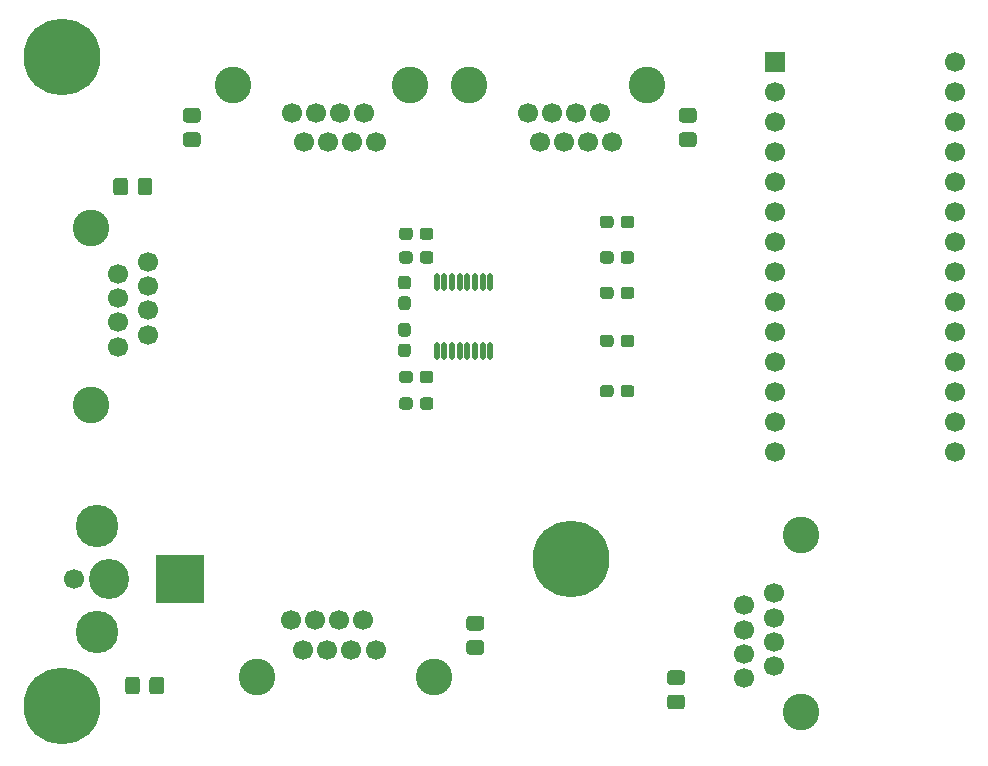
<source format=gts>
G04 #@! TF.GenerationSoftware,KiCad,Pcbnew,5.1.6-c6e7f7d~87~ubuntu19.10.1*
G04 #@! TF.CreationDate,2023-03-13T14:52:07-06:00*
G04 #@! TF.ProjectId,twm,74776d2e-6b69-4636-9164-5f7063625858,rev?*
G04 #@! TF.SameCoordinates,Original*
G04 #@! TF.FileFunction,Soldermask,Top*
G04 #@! TF.FilePolarity,Negative*
%FSLAX46Y46*%
G04 Gerber Fmt 4.6, Leading zero omitted, Abs format (unit mm)*
G04 Created by KiCad (PCBNEW 5.1.6-c6e7f7d~87~ubuntu19.10.1) date 2023-03-13 14:52:07*
%MOMM*%
%LPD*%
G01*
G04 APERTURE LIST*
%ADD10C,6.500000*%
%ADD11C,1.700000*%
%ADD12C,3.100000*%
%ADD13R,1.700000X1.700000*%
%ADD14O,0.549999X1.500000*%
%ADD15C,3.600000*%
%ADD16C,3.400000*%
%ADD17R,4.100000X4.100000*%
G04 APERTURE END LIST*
D10*
X139120000Y-98570000D03*
X96000000Y-111000000D03*
X96000000Y-56000000D03*
G36*
G01*
X102600000Y-108771738D02*
X102600000Y-109728262D01*
G75*
G02*
X102328262Y-110000000I-271738J0D01*
G01*
X101621738Y-110000000D01*
G75*
G02*
X101350000Y-109728262I0J271738D01*
G01*
X101350000Y-108771738D01*
G75*
G02*
X101621738Y-108500000I271738J0D01*
G01*
X102328262Y-108500000D01*
G75*
G02*
X102600000Y-108771738I0J-271738D01*
G01*
G37*
G36*
G01*
X104650000Y-108771738D02*
X104650000Y-109728262D01*
G75*
G02*
X104378262Y-110000000I-271738J0D01*
G01*
X103671738Y-110000000D01*
G75*
G02*
X103400000Y-109728262I0J271738D01*
G01*
X103400000Y-108771738D01*
G75*
G02*
X103671738Y-108500000I271738J0D01*
G01*
X104378262Y-108500000D01*
G75*
G02*
X104650000Y-108771738I0J-271738D01*
G01*
G37*
G36*
G01*
X106521738Y-62400000D02*
X107478262Y-62400000D01*
G75*
G02*
X107750000Y-62671738I0J-271738D01*
G01*
X107750000Y-63378262D01*
G75*
G02*
X107478262Y-63650000I-271738J0D01*
G01*
X106521738Y-63650000D01*
G75*
G02*
X106250000Y-63378262I0J271738D01*
G01*
X106250000Y-62671738D01*
G75*
G02*
X106521738Y-62400000I271738J0D01*
G01*
G37*
G36*
G01*
X106521738Y-60350000D02*
X107478262Y-60350000D01*
G75*
G02*
X107750000Y-60621738I0J-271738D01*
G01*
X107750000Y-61328262D01*
G75*
G02*
X107478262Y-61600000I-271738J0D01*
G01*
X106521738Y-61600000D01*
G75*
G02*
X106250000Y-61328262I0J271738D01*
G01*
X106250000Y-60621738D01*
G75*
G02*
X106521738Y-60350000I271738J0D01*
G01*
G37*
G36*
G01*
X148521738Y-62400000D02*
X149478262Y-62400000D01*
G75*
G02*
X149750000Y-62671738I0J-271738D01*
G01*
X149750000Y-63378262D01*
G75*
G02*
X149478262Y-63650000I-271738J0D01*
G01*
X148521738Y-63650000D01*
G75*
G02*
X148250000Y-63378262I0J271738D01*
G01*
X148250000Y-62671738D01*
G75*
G02*
X148521738Y-62400000I271738J0D01*
G01*
G37*
G36*
G01*
X148521738Y-60350000D02*
X149478262Y-60350000D01*
G75*
G02*
X149750000Y-60621738I0J-271738D01*
G01*
X149750000Y-61328262D01*
G75*
G02*
X149478262Y-61600000I-271738J0D01*
G01*
X148521738Y-61600000D01*
G75*
G02*
X148250000Y-61328262I0J271738D01*
G01*
X148250000Y-60621738D01*
G75*
G02*
X148521738Y-60350000I271738J0D01*
G01*
G37*
G36*
G01*
X148478262Y-109215000D02*
X147521738Y-109215000D01*
G75*
G02*
X147250000Y-108943262I0J271738D01*
G01*
X147250000Y-108236738D01*
G75*
G02*
X147521738Y-107965000I271738J0D01*
G01*
X148478262Y-107965000D01*
G75*
G02*
X148750000Y-108236738I0J-271738D01*
G01*
X148750000Y-108943262D01*
G75*
G02*
X148478262Y-109215000I-271738J0D01*
G01*
G37*
G36*
G01*
X148478262Y-111265000D02*
X147521738Y-111265000D01*
G75*
G02*
X147250000Y-110993262I0J271738D01*
G01*
X147250000Y-110286738D01*
G75*
G02*
X147521738Y-110015000I271738J0D01*
G01*
X148478262Y-110015000D01*
G75*
G02*
X148750000Y-110286738I0J-271738D01*
G01*
X148750000Y-110993262D01*
G75*
G02*
X148478262Y-111265000I-271738J0D01*
G01*
G37*
G36*
G01*
X102400000Y-67478262D02*
X102400000Y-66521738D01*
G75*
G02*
X102671738Y-66250000I271738J0D01*
G01*
X103378262Y-66250000D01*
G75*
G02*
X103650000Y-66521738I0J-271738D01*
G01*
X103650000Y-67478262D01*
G75*
G02*
X103378262Y-67750000I-271738J0D01*
G01*
X102671738Y-67750000D01*
G75*
G02*
X102400000Y-67478262I0J271738D01*
G01*
G37*
G36*
G01*
X100350000Y-67478262D02*
X100350000Y-66521738D01*
G75*
G02*
X100621738Y-66250000I271738J0D01*
G01*
X101328262Y-66250000D01*
G75*
G02*
X101600000Y-66521738I0J-271738D01*
G01*
X101600000Y-67478262D01*
G75*
G02*
X101328262Y-67750000I-271738J0D01*
G01*
X100621738Y-67750000D01*
G75*
G02*
X100350000Y-67478262I0J271738D01*
G01*
G37*
G36*
G01*
X131478262Y-104600000D02*
X130521738Y-104600000D01*
G75*
G02*
X130250000Y-104328262I0J271738D01*
G01*
X130250000Y-103621738D01*
G75*
G02*
X130521738Y-103350000I271738J0D01*
G01*
X131478262Y-103350000D01*
G75*
G02*
X131750000Y-103621738I0J-271738D01*
G01*
X131750000Y-104328262D01*
G75*
G02*
X131478262Y-104600000I-271738J0D01*
G01*
G37*
G36*
G01*
X131478262Y-106650000D02*
X130521738Y-106650000D01*
G75*
G02*
X130250000Y-106378262I0J271738D01*
G01*
X130250000Y-105671738D01*
G75*
G02*
X130521738Y-105400000I271738J0D01*
G01*
X131478262Y-105400000D01*
G75*
G02*
X131750000Y-105671738I0J-271738D01*
G01*
X131750000Y-106378262D01*
G75*
G02*
X131478262Y-106650000I-271738J0D01*
G01*
G37*
D11*
X115450000Y-60735000D03*
X116470000Y-63265000D03*
X117490000Y-60735000D03*
X118510000Y-63265000D03*
X119530000Y-60735000D03*
X120550000Y-63265000D03*
X121570000Y-60735000D03*
X122590000Y-63265000D03*
D12*
X110500000Y-58435000D03*
X125500000Y-58435000D03*
D11*
X135450000Y-60735000D03*
X136470000Y-63265000D03*
X137490000Y-60735000D03*
X138510000Y-63265000D03*
X139530000Y-60735000D03*
X140550000Y-63265000D03*
X141570000Y-60735000D03*
X142590000Y-63265000D03*
D12*
X130500000Y-58435000D03*
X145500000Y-58435000D03*
D11*
X156265000Y-101450000D03*
X153735000Y-102470000D03*
X156265000Y-103490000D03*
X153735000Y-104510000D03*
X156265000Y-105530000D03*
X153735000Y-106550000D03*
X156265000Y-107570000D03*
X153735000Y-108590000D03*
D12*
X158565000Y-96500000D03*
X158565000Y-111500000D03*
D11*
X122550000Y-106265000D03*
X121530000Y-103735000D03*
X120510000Y-106265000D03*
X119490000Y-103735000D03*
X118470000Y-106265000D03*
X117450000Y-103735000D03*
X116430000Y-106265000D03*
X115410000Y-103735000D03*
D12*
X127500000Y-108565000D03*
X112500000Y-108565000D03*
D11*
X100735000Y-80550000D03*
X103265000Y-79530000D03*
X100735000Y-78510000D03*
X103265000Y-77490000D03*
X100735000Y-76470000D03*
X103265000Y-75450000D03*
X100735000Y-74430000D03*
X103265000Y-73410000D03*
D12*
X98435000Y-85500000D03*
X98435000Y-70500000D03*
D11*
X171620000Y-89510000D03*
X156380000Y-89510000D03*
X171620000Y-86970000D03*
X171620000Y-84430000D03*
X171620000Y-81890000D03*
X171620000Y-79350000D03*
X171620000Y-76810000D03*
X171620000Y-74270000D03*
X171620000Y-71730000D03*
X171620000Y-69190000D03*
X171620000Y-66650000D03*
X171620000Y-64110000D03*
X171620000Y-61570000D03*
X171620000Y-59030000D03*
X171620000Y-56490000D03*
X156380000Y-86970000D03*
X156380000Y-84430000D03*
X156380000Y-81890000D03*
X156380000Y-79350000D03*
X156380000Y-76810000D03*
X156380000Y-74270000D03*
X156380000Y-71730000D03*
X156380000Y-69190000D03*
X156380000Y-66650000D03*
X156380000Y-64110000D03*
X156380000Y-61570000D03*
X156380000Y-59030000D03*
D13*
X156380000Y-56490000D03*
D14*
X127725001Y-75049998D03*
X128375002Y-75049998D03*
X129025001Y-75049998D03*
X129675002Y-75049998D03*
X130325001Y-75049998D03*
X130975002Y-75049998D03*
X131625001Y-75049998D03*
X132275002Y-75049998D03*
X132275002Y-80949999D03*
X131625001Y-80949999D03*
X130975002Y-80949999D03*
X130325001Y-80949999D03*
X129675002Y-80949999D03*
X129025001Y-80949999D03*
X128375002Y-80949999D03*
X127725001Y-80949999D03*
G36*
G01*
X125700000Y-85112500D02*
X125700000Y-85637500D01*
G75*
G02*
X125437500Y-85900000I-262500J0D01*
G01*
X124812500Y-85900000D01*
G75*
G02*
X124550000Y-85637500I0J262500D01*
G01*
X124550000Y-85112500D01*
G75*
G02*
X124812500Y-84850000I262500J0D01*
G01*
X125437500Y-84850000D01*
G75*
G02*
X125700000Y-85112500I0J-262500D01*
G01*
G37*
G36*
G01*
X127450000Y-85112500D02*
X127450000Y-85637500D01*
G75*
G02*
X127187500Y-85900000I-262500J0D01*
G01*
X126562500Y-85900000D01*
G75*
G02*
X126300000Y-85637500I0J262500D01*
G01*
X126300000Y-85112500D01*
G75*
G02*
X126562500Y-84850000I262500J0D01*
G01*
X127187500Y-84850000D01*
G75*
G02*
X127450000Y-85112500I0J-262500D01*
G01*
G37*
G36*
G01*
X143300000Y-84582500D02*
X143300000Y-84057500D01*
G75*
G02*
X143562500Y-83795000I262500J0D01*
G01*
X144187500Y-83795000D01*
G75*
G02*
X144450000Y-84057500I0J-262500D01*
G01*
X144450000Y-84582500D01*
G75*
G02*
X144187500Y-84845000I-262500J0D01*
G01*
X143562500Y-84845000D01*
G75*
G02*
X143300000Y-84582500I0J262500D01*
G01*
G37*
G36*
G01*
X141550000Y-84582500D02*
X141550000Y-84057500D01*
G75*
G02*
X141812500Y-83795000I262500J0D01*
G01*
X142437500Y-83795000D01*
G75*
G02*
X142700000Y-84057500I0J-262500D01*
G01*
X142700000Y-84582500D01*
G75*
G02*
X142437500Y-84845000I-262500J0D01*
G01*
X141812500Y-84845000D01*
G75*
G02*
X141550000Y-84582500I0J262500D01*
G01*
G37*
G36*
G01*
X143300000Y-80332500D02*
X143300000Y-79807500D01*
G75*
G02*
X143562500Y-79545000I262500J0D01*
G01*
X144187500Y-79545000D01*
G75*
G02*
X144450000Y-79807500I0J-262500D01*
G01*
X144450000Y-80332500D01*
G75*
G02*
X144187500Y-80595000I-262500J0D01*
G01*
X143562500Y-80595000D01*
G75*
G02*
X143300000Y-80332500I0J262500D01*
G01*
G37*
G36*
G01*
X141550000Y-80332500D02*
X141550000Y-79807500D01*
G75*
G02*
X141812500Y-79545000I262500J0D01*
G01*
X142437500Y-79545000D01*
G75*
G02*
X142700000Y-79807500I0J-262500D01*
G01*
X142700000Y-80332500D01*
G75*
G02*
X142437500Y-80595000I-262500J0D01*
G01*
X141812500Y-80595000D01*
G75*
G02*
X141550000Y-80332500I0J262500D01*
G01*
G37*
G36*
G01*
X143300000Y-76262500D02*
X143300000Y-75737500D01*
G75*
G02*
X143562500Y-75475000I262500J0D01*
G01*
X144187500Y-75475000D01*
G75*
G02*
X144450000Y-75737500I0J-262500D01*
G01*
X144450000Y-76262500D01*
G75*
G02*
X144187500Y-76525000I-262500J0D01*
G01*
X143562500Y-76525000D01*
G75*
G02*
X143300000Y-76262500I0J262500D01*
G01*
G37*
G36*
G01*
X141550000Y-76262500D02*
X141550000Y-75737500D01*
G75*
G02*
X141812500Y-75475000I262500J0D01*
G01*
X142437500Y-75475000D01*
G75*
G02*
X142700000Y-75737500I0J-262500D01*
G01*
X142700000Y-76262500D01*
G75*
G02*
X142437500Y-76525000I-262500J0D01*
G01*
X141812500Y-76525000D01*
G75*
G02*
X141550000Y-76262500I0J262500D01*
G01*
G37*
G36*
G01*
X143300000Y-73262500D02*
X143300000Y-72737500D01*
G75*
G02*
X143562500Y-72475000I262500J0D01*
G01*
X144187500Y-72475000D01*
G75*
G02*
X144450000Y-72737500I0J-262500D01*
G01*
X144450000Y-73262500D01*
G75*
G02*
X144187500Y-73525000I-262500J0D01*
G01*
X143562500Y-73525000D01*
G75*
G02*
X143300000Y-73262500I0J262500D01*
G01*
G37*
G36*
G01*
X141550000Y-73262500D02*
X141550000Y-72737500D01*
G75*
G02*
X141812500Y-72475000I262500J0D01*
G01*
X142437500Y-72475000D01*
G75*
G02*
X142700000Y-72737500I0J-262500D01*
G01*
X142700000Y-73262500D01*
G75*
G02*
X142437500Y-73525000I-262500J0D01*
G01*
X141812500Y-73525000D01*
G75*
G02*
X141550000Y-73262500I0J262500D01*
G01*
G37*
G36*
G01*
X143300000Y-70262500D02*
X143300000Y-69737500D01*
G75*
G02*
X143562500Y-69475000I262500J0D01*
G01*
X144187500Y-69475000D01*
G75*
G02*
X144450000Y-69737500I0J-262500D01*
G01*
X144450000Y-70262500D01*
G75*
G02*
X144187500Y-70525000I-262500J0D01*
G01*
X143562500Y-70525000D01*
G75*
G02*
X143300000Y-70262500I0J262500D01*
G01*
G37*
G36*
G01*
X141550000Y-70262500D02*
X141550000Y-69737500D01*
G75*
G02*
X141812500Y-69475000I262500J0D01*
G01*
X142437500Y-69475000D01*
G75*
G02*
X142700000Y-69737500I0J-262500D01*
G01*
X142700000Y-70262500D01*
G75*
G02*
X142437500Y-70525000I-262500J0D01*
G01*
X141812500Y-70525000D01*
G75*
G02*
X141550000Y-70262500I0J262500D01*
G01*
G37*
G36*
G01*
X125700000Y-72737500D02*
X125700000Y-73262500D01*
G75*
G02*
X125437500Y-73525000I-262500J0D01*
G01*
X124812500Y-73525000D01*
G75*
G02*
X124550000Y-73262500I0J262500D01*
G01*
X124550000Y-72737500D01*
G75*
G02*
X124812500Y-72475000I262500J0D01*
G01*
X125437500Y-72475000D01*
G75*
G02*
X125700000Y-72737500I0J-262500D01*
G01*
G37*
G36*
G01*
X127450000Y-72737500D02*
X127450000Y-73262500D01*
G75*
G02*
X127187500Y-73525000I-262500J0D01*
G01*
X126562500Y-73525000D01*
G75*
G02*
X126300000Y-73262500I0J262500D01*
G01*
X126300000Y-72737500D01*
G75*
G02*
X126562500Y-72475000I262500J0D01*
G01*
X127187500Y-72475000D01*
G75*
G02*
X127450000Y-72737500I0J-262500D01*
G01*
G37*
G36*
G01*
X125700000Y-70737500D02*
X125700000Y-71262500D01*
G75*
G02*
X125437500Y-71525000I-262500J0D01*
G01*
X124812500Y-71525000D01*
G75*
G02*
X124550000Y-71262500I0J262500D01*
G01*
X124550000Y-70737500D01*
G75*
G02*
X124812500Y-70475000I262500J0D01*
G01*
X125437500Y-70475000D01*
G75*
G02*
X125700000Y-70737500I0J-262500D01*
G01*
G37*
G36*
G01*
X127450000Y-70737500D02*
X127450000Y-71262500D01*
G75*
G02*
X127187500Y-71525000I-262500J0D01*
G01*
X126562500Y-71525000D01*
G75*
G02*
X126300000Y-71262500I0J262500D01*
G01*
X126300000Y-70737500D01*
G75*
G02*
X126562500Y-70475000I262500J0D01*
G01*
X127187500Y-70475000D01*
G75*
G02*
X127450000Y-70737500I0J-262500D01*
G01*
G37*
G36*
G01*
X125700000Y-82862500D02*
X125700000Y-83387500D01*
G75*
G02*
X125437500Y-83650000I-262500J0D01*
G01*
X124812500Y-83650000D01*
G75*
G02*
X124550000Y-83387500I0J262500D01*
G01*
X124550000Y-82862500D01*
G75*
G02*
X124812500Y-82600000I262500J0D01*
G01*
X125437500Y-82600000D01*
G75*
G02*
X125700000Y-82862500I0J-262500D01*
G01*
G37*
G36*
G01*
X127450000Y-82862500D02*
X127450000Y-83387500D01*
G75*
G02*
X127187500Y-83650000I-262500J0D01*
G01*
X126562500Y-83650000D01*
G75*
G02*
X126300000Y-83387500I0J262500D01*
G01*
X126300000Y-82862500D01*
G75*
G02*
X126562500Y-82600000I262500J0D01*
G01*
X127187500Y-82600000D01*
G75*
G02*
X127450000Y-82862500I0J-262500D01*
G01*
G37*
D11*
X97000000Y-100250000D03*
D15*
X99000000Y-104750000D03*
X99000000Y-95750000D03*
D16*
X100000000Y-100250000D03*
D17*
X106000000Y-100250000D03*
G36*
G01*
X124737500Y-76300000D02*
X125262500Y-76300000D01*
G75*
G02*
X125525000Y-76562500I0J-262500D01*
G01*
X125525000Y-77187500D01*
G75*
G02*
X125262500Y-77450000I-262500J0D01*
G01*
X124737500Y-77450000D01*
G75*
G02*
X124475000Y-77187500I0J262500D01*
G01*
X124475000Y-76562500D01*
G75*
G02*
X124737500Y-76300000I262500J0D01*
G01*
G37*
G36*
G01*
X124737500Y-74550000D02*
X125262500Y-74550000D01*
G75*
G02*
X125525000Y-74812500I0J-262500D01*
G01*
X125525000Y-75437500D01*
G75*
G02*
X125262500Y-75700000I-262500J0D01*
G01*
X124737500Y-75700000D01*
G75*
G02*
X124475000Y-75437500I0J262500D01*
G01*
X124475000Y-74812500D01*
G75*
G02*
X124737500Y-74550000I262500J0D01*
G01*
G37*
G36*
G01*
X125262500Y-79700000D02*
X124737500Y-79700000D01*
G75*
G02*
X124475000Y-79437500I0J262500D01*
G01*
X124475000Y-78812500D01*
G75*
G02*
X124737500Y-78550000I262500J0D01*
G01*
X125262500Y-78550000D01*
G75*
G02*
X125525000Y-78812500I0J-262500D01*
G01*
X125525000Y-79437500D01*
G75*
G02*
X125262500Y-79700000I-262500J0D01*
G01*
G37*
G36*
G01*
X125262500Y-81450000D02*
X124737500Y-81450000D01*
G75*
G02*
X124475000Y-81187500I0J262500D01*
G01*
X124475000Y-80562500D01*
G75*
G02*
X124737500Y-80300000I262500J0D01*
G01*
X125262500Y-80300000D01*
G75*
G02*
X125525000Y-80562500I0J-262500D01*
G01*
X125525000Y-81187500D01*
G75*
G02*
X125262500Y-81450000I-262500J0D01*
G01*
G37*
M02*

</source>
